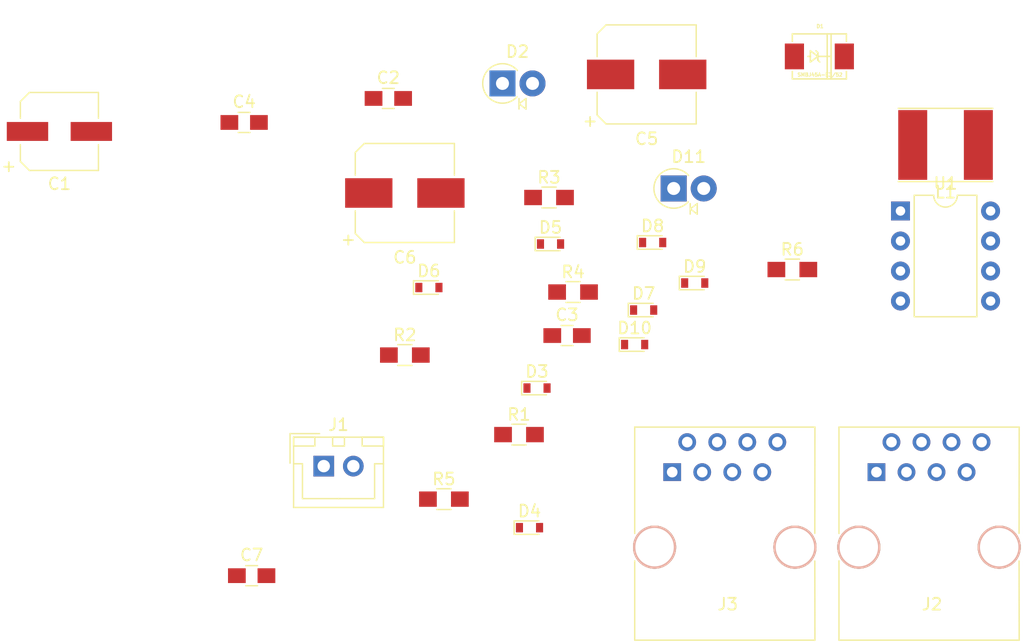
<source format=kicad_pcb>
(kicad_pcb (version 4) (host pcbnew 4.0.7)

  (general
    (links 55)
    (no_connects 55)
    (area 0 0 0 0)
    (thickness 1.6)
    (drawings 0)
    (tracks 0)
    (zones 0)
    (modules 29)
    (nets 22)
  )

  (page A4)
  (layers
    (0 F.Cu signal)
    (31 B.Cu signal)
    (32 B.Adhes user)
    (33 F.Adhes user)
    (34 B.Paste user)
    (35 F.Paste user)
    (36 B.SilkS user)
    (37 F.SilkS user)
    (38 B.Mask user)
    (39 F.Mask user)
    (40 Dwgs.User user)
    (41 Cmts.User user)
    (42 Eco1.User user)
    (43 Eco2.User user)
    (44 Edge.Cuts user)
    (45 Margin user)
    (46 B.CrtYd user)
    (47 F.CrtYd user)
    (48 B.Fab user)
    (49 F.Fab user)
  )

  (setup
    (last_trace_width 0.25)
    (trace_clearance 0.2)
    (zone_clearance 0.508)
    (zone_45_only no)
    (trace_min 0.2)
    (segment_width 0.2)
    (edge_width 0.15)
    (via_size 0.6)
    (via_drill 0.4)
    (via_min_size 0.4)
    (via_min_drill 0.3)
    (uvia_size 0.3)
    (uvia_drill 0.1)
    (uvias_allowed no)
    (uvia_min_size 0.2)
    (uvia_min_drill 0.1)
    (pcb_text_width 0.3)
    (pcb_text_size 1.5 1.5)
    (mod_edge_width 0.15)
    (mod_text_size 1 1)
    (mod_text_width 0.15)
    (pad_size 1.524 1.524)
    (pad_drill 0.762)
    (pad_to_mask_clearance 0.2)
    (aux_axis_origin 0 0)
    (visible_elements FFFFFF1F)
    (pcbplotparams
      (layerselection 0x00030_80000001)
      (usegerberextensions false)
      (excludeedgelayer true)
      (linewidth 0.100000)
      (plotframeref false)
      (viasonmask false)
      (mode 1)
      (useauxorigin false)
      (hpglpennumber 1)
      (hpglpenspeed 20)
      (hpglpendiameter 15)
      (hpglpenoverlay 2)
      (psnegative false)
      (psa4output false)
      (plotreference true)
      (plotvalue true)
      (plotinvisibletext false)
      (padsonsilk false)
      (subtractmaskfromsilk false)
      (outputformat 1)
      (mirror false)
      (drillshape 1)
      (scaleselection 1)
      (outputdirectory ""))
  )

  (net 0 "")
  (net 1 VCC)
  (net 2 GND)
  (net 3 "Net-(C4-Pad1)")
  (net 4 +24V)
  (net 5 "Net-(D2-Pad2)")
  (net 6 /TX+)
  (net 7 /TX-)
  (net 8 /RX+)
  (net 9 /RX-)
  (net 10 "Net-(D7-Pad2)")
  (net 11 "Net-(D10-Pad2)")
  (net 12 "Net-(D11-Pad2)")
  (net 13 "Net-(J2-Pad4)")
  (net 14 "Net-(J2-Pad5)")
  (net 15 "Net-(J2-Pad7)")
  (net 16 "Net-(J2-Pad8)")
  (net 17 "Net-(L1-Pad1)")
  (net 18 "Net-(J2-Pad9)")
  (net 19 "Net-(J3-Pad9)")
  (net 20 "Net-(R4-Pad1)")
  (net 21 "Net-(R5-Pad2)")

  (net_class Default "This is the default net class."
    (clearance 0.2)
    (trace_width 0.25)
    (via_dia 0.6)
    (via_drill 0.4)
    (uvia_dia 0.3)
    (uvia_drill 0.1)
    (add_net +24V)
    (add_net /RX+)
    (add_net /RX-)
    (add_net /TX+)
    (add_net /TX-)
    (add_net GND)
    (add_net "Net-(C4-Pad1)")
    (add_net "Net-(D10-Pad2)")
    (add_net "Net-(D11-Pad2)")
    (add_net "Net-(D2-Pad2)")
    (add_net "Net-(D7-Pad2)")
    (add_net "Net-(J2-Pad4)")
    (add_net "Net-(J2-Pad5)")
    (add_net "Net-(J2-Pad7)")
    (add_net "Net-(J2-Pad8)")
    (add_net "Net-(J2-Pad9)")
    (add_net "Net-(J3-Pad9)")
    (add_net "Net-(L1-Pad1)")
    (add_net "Net-(R4-Pad1)")
    (add_net "Net-(R5-Pad2)")
    (add_net VCC)
  )

  (module Capacitors_SMD:CP_Elec_6.3x7.7 (layer F.Cu) (tedit 58AA8B76) (tstamp 5AF70ACE)
    (at 110.998 90.551)
    (descr "SMT capacitor, aluminium electrolytic, 6.3x7.7")
    (path /5AF53C8A)
    (attr smd)
    (fp_text reference C1 (at 0 4.43) (layer F.SilkS)
      (effects (font (size 1 1) (thickness 0.15)))
    )
    (fp_text value "100uF 35V" (at 0 -4.43) (layer F.Fab)
      (effects (font (size 1 1) (thickness 0.15)))
    )
    (fp_circle (center 0 0) (end 0.5 3) (layer F.Fab) (width 0.1))
    (fp_text user + (at -1.73 -0.08) (layer F.Fab)
      (effects (font (size 1 1) (thickness 0.15)))
    )
    (fp_text user + (at -4.28 2.91) (layer F.SilkS)
      (effects (font (size 1 1) (thickness 0.15)))
    )
    (fp_text user %R (at 0 4.43) (layer F.Fab)
      (effects (font (size 1 1) (thickness 0.15)))
    )
    (fp_line (start 3.15 3.15) (end 3.15 -3.15) (layer F.Fab) (width 0.1))
    (fp_line (start -2.48 3.15) (end 3.15 3.15) (layer F.Fab) (width 0.1))
    (fp_line (start -3.15 2.48) (end -2.48 3.15) (layer F.Fab) (width 0.1))
    (fp_line (start -3.15 -2.48) (end -3.15 2.48) (layer F.Fab) (width 0.1))
    (fp_line (start -2.48 -3.15) (end -3.15 -2.48) (layer F.Fab) (width 0.1))
    (fp_line (start 3.15 -3.15) (end -2.48 -3.15) (layer F.Fab) (width 0.1))
    (fp_line (start -3.3 2.54) (end -3.3 1.12) (layer F.SilkS) (width 0.12))
    (fp_line (start 3.3 3.3) (end 3.3 1.12) (layer F.SilkS) (width 0.12))
    (fp_line (start 3.3 -3.3) (end 3.3 -1.12) (layer F.SilkS) (width 0.12))
    (fp_line (start -3.3 -2.54) (end -3.3 -1.12) (layer F.SilkS) (width 0.12))
    (fp_line (start 3.3 3.3) (end -2.54 3.3) (layer F.SilkS) (width 0.12))
    (fp_line (start -2.54 3.3) (end -3.3 2.54) (layer F.SilkS) (width 0.12))
    (fp_line (start -3.3 -2.54) (end -2.54 -3.3) (layer F.SilkS) (width 0.12))
    (fp_line (start -2.54 -3.3) (end 3.3 -3.3) (layer F.SilkS) (width 0.12))
    (fp_line (start -4.7 -3.4) (end 4.7 -3.4) (layer F.CrtYd) (width 0.05))
    (fp_line (start -4.7 -3.4) (end -4.7 3.4) (layer F.CrtYd) (width 0.05))
    (fp_line (start 4.7 3.4) (end 4.7 -3.4) (layer F.CrtYd) (width 0.05))
    (fp_line (start 4.7 3.4) (end -4.7 3.4) (layer F.CrtYd) (width 0.05))
    (pad 1 smd rect (at -2.7 0 180) (size 3.5 1.6) (layers F.Cu F.Paste F.Mask)
      (net 1 VCC))
    (pad 2 smd rect (at 2.7 0 180) (size 3.5 1.6) (layers F.Cu F.Paste F.Mask)
      (net 2 GND))
    (model Capacitors_SMD.3dshapes/CP_Elec_6.3x7.7.wrl
      (at (xyz 0 0 0))
      (scale (xyz 1 1 1))
      (rotate (xyz 0 0 180))
    )
  )

  (module Capacitors_SMD:C_0805_HandSoldering (layer F.Cu) (tedit 58AA84A8) (tstamp 5AF70AD4)
    (at 138.811 87.757)
    (descr "Capacitor SMD 0805, hand soldering")
    (tags "capacitor 0805")
    (path /5AF53C2F)
    (attr smd)
    (fp_text reference C2 (at 0 -1.75) (layer F.SilkS)
      (effects (font (size 1 1) (thickness 0.15)))
    )
    (fp_text value "10uF 50V" (at 0 1.75) (layer F.Fab)
      (effects (font (size 1 1) (thickness 0.15)))
    )
    (fp_text user %R (at 0 -1.75) (layer F.Fab)
      (effects (font (size 1 1) (thickness 0.15)))
    )
    (fp_line (start -1 0.62) (end -1 -0.62) (layer F.Fab) (width 0.1))
    (fp_line (start 1 0.62) (end -1 0.62) (layer F.Fab) (width 0.1))
    (fp_line (start 1 -0.62) (end 1 0.62) (layer F.Fab) (width 0.1))
    (fp_line (start -1 -0.62) (end 1 -0.62) (layer F.Fab) (width 0.1))
    (fp_line (start 0.5 -0.85) (end -0.5 -0.85) (layer F.SilkS) (width 0.12))
    (fp_line (start -0.5 0.85) (end 0.5 0.85) (layer F.SilkS) (width 0.12))
    (fp_line (start -2.25 -0.88) (end 2.25 -0.88) (layer F.CrtYd) (width 0.05))
    (fp_line (start -2.25 -0.88) (end -2.25 0.87) (layer F.CrtYd) (width 0.05))
    (fp_line (start 2.25 0.87) (end 2.25 -0.88) (layer F.CrtYd) (width 0.05))
    (fp_line (start 2.25 0.87) (end -2.25 0.87) (layer F.CrtYd) (width 0.05))
    (pad 1 smd rect (at -1.25 0) (size 1.5 1.25) (layers F.Cu F.Paste F.Mask)
      (net 1 VCC))
    (pad 2 smd rect (at 1.25 0) (size 1.5 1.25) (layers F.Cu F.Paste F.Mask)
      (net 2 GND))
    (model Capacitors_SMD.3dshapes/C_0805.wrl
      (at (xyz 0 0 0))
      (scale (xyz 1 1 1))
      (rotate (xyz 0 0 0))
    )
  )

  (module Capacitors_SMD:C_0805_HandSoldering (layer F.Cu) (tedit 58AA84A8) (tstamp 5AF70ADA)
    (at 153.924 107.823)
    (descr "Capacitor SMD 0805, hand soldering")
    (tags "capacitor 0805")
    (path /5AF59D2C)
    (attr smd)
    (fp_text reference C3 (at 0 -1.75) (layer F.SilkS)
      (effects (font (size 1 1) (thickness 0.15)))
    )
    (fp_text value "10uF 50V" (at 0 1.75) (layer F.Fab)
      (effects (font (size 1 1) (thickness 0.15)))
    )
    (fp_text user %R (at 0 -1.75) (layer F.Fab)
      (effects (font (size 1 1) (thickness 0.15)))
    )
    (fp_line (start -1 0.62) (end -1 -0.62) (layer F.Fab) (width 0.1))
    (fp_line (start 1 0.62) (end -1 0.62) (layer F.Fab) (width 0.1))
    (fp_line (start 1 -0.62) (end 1 0.62) (layer F.Fab) (width 0.1))
    (fp_line (start -1 -0.62) (end 1 -0.62) (layer F.Fab) (width 0.1))
    (fp_line (start 0.5 -0.85) (end -0.5 -0.85) (layer F.SilkS) (width 0.12))
    (fp_line (start -0.5 0.85) (end 0.5 0.85) (layer F.SilkS) (width 0.12))
    (fp_line (start -2.25 -0.88) (end 2.25 -0.88) (layer F.CrtYd) (width 0.05))
    (fp_line (start -2.25 -0.88) (end -2.25 0.87) (layer F.CrtYd) (width 0.05))
    (fp_line (start 2.25 0.87) (end 2.25 -0.88) (layer F.CrtYd) (width 0.05))
    (fp_line (start 2.25 0.87) (end -2.25 0.87) (layer F.CrtYd) (width 0.05))
    (pad 1 smd rect (at -1.25 0) (size 1.5 1.25) (layers F.Cu F.Paste F.Mask)
      (net 1 VCC))
    (pad 2 smd rect (at 1.25 0) (size 1.5 1.25) (layers F.Cu F.Paste F.Mask)
      (net 2 GND))
    (model Capacitors_SMD.3dshapes/C_0805.wrl
      (at (xyz 0 0 0))
      (scale (xyz 1 1 1))
      (rotate (xyz 0 0 0))
    )
  )

  (module Capacitors_SMD:C_0805_HandSoldering (layer F.Cu) (tedit 58AA84A8) (tstamp 5AF70AE0)
    (at 126.619 89.789)
    (descr "Capacitor SMD 0805, hand soldering")
    (tags "capacitor 0805")
    (path /5AF55AF2)
    (attr smd)
    (fp_text reference C4 (at 0 -1.75) (layer F.SilkS)
      (effects (font (size 1 1) (thickness 0.15)))
    )
    (fp_text value "50pF 50V" (at 0 1.75) (layer F.Fab)
      (effects (font (size 1 1) (thickness 0.15)))
    )
    (fp_text user %R (at 0 -1.75) (layer F.Fab)
      (effects (font (size 1 1) (thickness 0.15)))
    )
    (fp_line (start -1 0.62) (end -1 -0.62) (layer F.Fab) (width 0.1))
    (fp_line (start 1 0.62) (end -1 0.62) (layer F.Fab) (width 0.1))
    (fp_line (start 1 -0.62) (end 1 0.62) (layer F.Fab) (width 0.1))
    (fp_line (start -1 -0.62) (end 1 -0.62) (layer F.Fab) (width 0.1))
    (fp_line (start 0.5 -0.85) (end -0.5 -0.85) (layer F.SilkS) (width 0.12))
    (fp_line (start -0.5 0.85) (end 0.5 0.85) (layer F.SilkS) (width 0.12))
    (fp_line (start -2.25 -0.88) (end 2.25 -0.88) (layer F.CrtYd) (width 0.05))
    (fp_line (start -2.25 -0.88) (end -2.25 0.87) (layer F.CrtYd) (width 0.05))
    (fp_line (start 2.25 0.87) (end 2.25 -0.88) (layer F.CrtYd) (width 0.05))
    (fp_line (start 2.25 0.87) (end -2.25 0.87) (layer F.CrtYd) (width 0.05))
    (pad 1 smd rect (at -1.25 0) (size 1.5 1.25) (layers F.Cu F.Paste F.Mask)
      (net 3 "Net-(C4-Pad1)"))
    (pad 2 smd rect (at 1.25 0) (size 1.5 1.25) (layers F.Cu F.Paste F.Mask)
      (net 2 GND))
    (model Capacitors_SMD.3dshapes/C_0805.wrl
      (at (xyz 0 0 0))
      (scale (xyz 1 1 1))
      (rotate (xyz 0 0 0))
    )
  )

  (module Capacitors_SMD:CP_Elec_8x10.5 (layer F.Cu) (tedit 58AA8BC3) (tstamp 5AF70AE6)
    (at 160.655 85.725)
    (descr "SMT capacitor, aluminium electrolytic, 8x10.5")
    (path /5AF5765D)
    (attr smd)
    (fp_text reference C5 (at 0 5.45) (layer F.SilkS)
      (effects (font (size 1 1) (thickness 0.15)))
    )
    (fp_text value "220uF 35V" (at 0 -5.45) (layer F.Fab)
      (effects (font (size 1 1) (thickness 0.15)))
    )
    (fp_circle (center 0 0) (end 1.3 3.7) (layer F.Fab) (width 0.1))
    (fp_text user + (at -2.27 -0.08) (layer F.Fab)
      (effects (font (size 1 1) (thickness 0.15)))
    )
    (fp_text user + (at -4.78 3.91) (layer F.SilkS)
      (effects (font (size 1 1) (thickness 0.15)))
    )
    (fp_text user %R (at 0 5.45) (layer F.Fab)
      (effects (font (size 1 1) (thickness 0.15)))
    )
    (fp_line (start 4.04 4.04) (end 4.04 -4.04) (layer F.Fab) (width 0.1))
    (fp_line (start -3.37 4.04) (end 4.04 4.04) (layer F.Fab) (width 0.1))
    (fp_line (start -4.04 3.37) (end -3.37 4.04) (layer F.Fab) (width 0.1))
    (fp_line (start -4.04 -3.37) (end -4.04 3.37) (layer F.Fab) (width 0.1))
    (fp_line (start -3.37 -4.04) (end -4.04 -3.37) (layer F.Fab) (width 0.1))
    (fp_line (start 4.04 -4.04) (end -3.37 -4.04) (layer F.Fab) (width 0.1))
    (fp_line (start -4.19 3.43) (end -4.19 1.51) (layer F.SilkS) (width 0.12))
    (fp_line (start -4.19 -3.43) (end -4.19 -1.51) (layer F.SilkS) (width 0.12))
    (fp_line (start 4.19 4.19) (end 4.19 1.51) (layer F.SilkS) (width 0.12))
    (fp_line (start 4.19 -4.19) (end 4.19 -1.51) (layer F.SilkS) (width 0.12))
    (fp_line (start 4.19 4.19) (end -3.43 4.19) (layer F.SilkS) (width 0.12))
    (fp_line (start -3.43 4.19) (end -4.19 3.43) (layer F.SilkS) (width 0.12))
    (fp_line (start -4.19 -3.43) (end -3.43 -4.19) (layer F.SilkS) (width 0.12))
    (fp_line (start -3.43 -4.19) (end 4.19 -4.19) (layer F.SilkS) (width 0.12))
    (fp_line (start -5.3 -4.29) (end 5.3 -4.29) (layer F.CrtYd) (width 0.05))
    (fp_line (start -5.3 -4.29) (end -5.3 4.29) (layer F.CrtYd) (width 0.05))
    (fp_line (start 5.3 4.29) (end 5.3 -4.29) (layer F.CrtYd) (width 0.05))
    (fp_line (start 5.3 4.29) (end -5.3 4.29) (layer F.CrtYd) (width 0.05))
    (pad 1 smd rect (at -3.05 0 180) (size 4 2.5) (layers F.Cu F.Paste F.Mask)
      (net 4 +24V))
    (pad 2 smd rect (at 3.05 0 180) (size 4 2.5) (layers F.Cu F.Paste F.Mask)
      (net 2 GND))
    (model Capacitors_SMD.3dshapes/CP_Elec_8x10.5.wrl
      (at (xyz 0 0 0))
      (scale (xyz 1 1 1))
      (rotate (xyz 0 0 180))
    )
  )

  (module Capacitors_SMD:CP_Elec_8x10.5 (layer F.Cu) (tedit 58AA8BC3) (tstamp 5AF70AEC)
    (at 140.208 95.758)
    (descr "SMT capacitor, aluminium electrolytic, 8x10.5")
    (path /5AF5D445)
    (attr smd)
    (fp_text reference C6 (at 0 5.45) (layer F.SilkS)
      (effects (font (size 1 1) (thickness 0.15)))
    )
    (fp_text value "220uF 35V" (at 0 -5.45) (layer F.Fab)
      (effects (font (size 1 1) (thickness 0.15)))
    )
    (fp_circle (center 0 0) (end 1.3 3.7) (layer F.Fab) (width 0.1))
    (fp_text user + (at -2.27 -0.08) (layer F.Fab)
      (effects (font (size 1 1) (thickness 0.15)))
    )
    (fp_text user + (at -4.78 3.91) (layer F.SilkS)
      (effects (font (size 1 1) (thickness 0.15)))
    )
    (fp_text user %R (at 0 5.45) (layer F.Fab)
      (effects (font (size 1 1) (thickness 0.15)))
    )
    (fp_line (start 4.04 4.04) (end 4.04 -4.04) (layer F.Fab) (width 0.1))
    (fp_line (start -3.37 4.04) (end 4.04 4.04) (layer F.Fab) (width 0.1))
    (fp_line (start -4.04 3.37) (end -3.37 4.04) (layer F.Fab) (width 0.1))
    (fp_line (start -4.04 -3.37) (end -4.04 3.37) (layer F.Fab) (width 0.1))
    (fp_line (start -3.37 -4.04) (end -4.04 -3.37) (layer F.Fab) (width 0.1))
    (fp_line (start 4.04 -4.04) (end -3.37 -4.04) (layer F.Fab) (width 0.1))
    (fp_line (start -4.19 3.43) (end -4.19 1.51) (layer F.SilkS) (width 0.12))
    (fp_line (start -4.19 -3.43) (end -4.19 -1.51) (layer F.SilkS) (width 0.12))
    (fp_line (start 4.19 4.19) (end 4.19 1.51) (layer F.SilkS) (width 0.12))
    (fp_line (start 4.19 -4.19) (end 4.19 -1.51) (layer F.SilkS) (width 0.12))
    (fp_line (start 4.19 4.19) (end -3.43 4.19) (layer F.SilkS) (width 0.12))
    (fp_line (start -3.43 4.19) (end -4.19 3.43) (layer F.SilkS) (width 0.12))
    (fp_line (start -4.19 -3.43) (end -3.43 -4.19) (layer F.SilkS) (width 0.12))
    (fp_line (start -3.43 -4.19) (end 4.19 -4.19) (layer F.SilkS) (width 0.12))
    (fp_line (start -5.3 -4.29) (end 5.3 -4.29) (layer F.CrtYd) (width 0.05))
    (fp_line (start -5.3 -4.29) (end -5.3 4.29) (layer F.CrtYd) (width 0.05))
    (fp_line (start 5.3 4.29) (end 5.3 -4.29) (layer F.CrtYd) (width 0.05))
    (fp_line (start 5.3 4.29) (end -5.3 4.29) (layer F.CrtYd) (width 0.05))
    (pad 1 smd rect (at -3.05 0 180) (size 4 2.5) (layers F.Cu F.Paste F.Mask)
      (net 4 +24V))
    (pad 2 smd rect (at 3.05 0 180) (size 4 2.5) (layers F.Cu F.Paste F.Mask)
      (net 2 GND))
    (model Capacitors_SMD.3dshapes/CP_Elec_8x10.5.wrl
      (at (xyz 0 0 0))
      (scale (xyz 1 1 1))
      (rotate (xyz 0 0 180))
    )
  )

  (module Capacitors_SMD:C_0805_HandSoldering (layer F.Cu) (tedit 58AA84A8) (tstamp 5AF70AF2)
    (at 127.254 128.143)
    (descr "Capacitor SMD 0805, hand soldering")
    (tags "capacitor 0805")
    (path /5AF5D875)
    (attr smd)
    (fp_text reference C7 (at 0 -1.75) (layer F.SilkS)
      (effects (font (size 1 1) (thickness 0.15)))
    )
    (fp_text value "10uF 50V" (at 0 1.75) (layer F.Fab)
      (effects (font (size 1 1) (thickness 0.15)))
    )
    (fp_text user %R (at 0 -1.75) (layer F.Fab)
      (effects (font (size 1 1) (thickness 0.15)))
    )
    (fp_line (start -1 0.62) (end -1 -0.62) (layer F.Fab) (width 0.1))
    (fp_line (start 1 0.62) (end -1 0.62) (layer F.Fab) (width 0.1))
    (fp_line (start 1 -0.62) (end 1 0.62) (layer F.Fab) (width 0.1))
    (fp_line (start -1 -0.62) (end 1 -0.62) (layer F.Fab) (width 0.1))
    (fp_line (start 0.5 -0.85) (end -0.5 -0.85) (layer F.SilkS) (width 0.12))
    (fp_line (start -0.5 0.85) (end 0.5 0.85) (layer F.SilkS) (width 0.12))
    (fp_line (start -2.25 -0.88) (end 2.25 -0.88) (layer F.CrtYd) (width 0.05))
    (fp_line (start -2.25 -0.88) (end -2.25 0.87) (layer F.CrtYd) (width 0.05))
    (fp_line (start 2.25 0.87) (end 2.25 -0.88) (layer F.CrtYd) (width 0.05))
    (fp_line (start 2.25 0.87) (end -2.25 0.87) (layer F.CrtYd) (width 0.05))
    (pad 1 smd rect (at -1.25 0) (size 1.5 1.25) (layers F.Cu F.Paste F.Mask)
      (net 4 +24V))
    (pad 2 smd rect (at 1.25 0) (size 1.5 1.25) (layers F.Cu F.Paste F.Mask)
      (net 2 GND))
    (model Capacitors_SMD.3dshapes/C_0805.wrl
      (at (xyz 0 0 0))
      (scale (xyz 1 1 1))
      (rotate (xyz 0 0 0))
    )
  )

  (module footprints:DO-214AA (layer F.Cu) (tedit 4FF97487) (tstamp 5AF70B0A)
    (at 175.26 84.201)
    (descr "DO214AC PACKAGE. MONODIRECTIONAL.")
    (tags "DO214AC PACKAGE. MONODIRECTIONAL.")
    (path /5AF3E05C)
    (attr smd)
    (fp_text reference D1 (at 0.0508 -2.55016) (layer F.SilkS)
      (effects (font (size 0.29972 0.29972) (thickness 0.0762)))
    )
    (fp_text value SMBJ45A-E3/52 (at 0.0508 1.5494) (layer F.SilkS)
      (effects (font (size 0.29972 0.29972) (thickness 0.0762)))
    )
    (fp_line (start -0.762 0) (end -0.9652 0) (layer F.SilkS) (width 0.127))
    (fp_line (start -2.286 -1.905) (end 2.286 -1.905) (layer F.SilkS) (width 0.127))
    (fp_line (start 2.286 -1.905) (end 2.286 -1.27) (layer F.SilkS) (width 0.127))
    (fp_line (start 0.6604 1.905) (end 0.6604 -1.905) (layer F.SilkS) (width 0.127))
    (fp_line (start 0.9906 1.905) (end 0.9906 -1.905) (layer F.SilkS) (width 0.127))
    (fp_line (start -2.286 1.27) (end -2.286 1.905) (layer F.SilkS) (width 0.127))
    (fp_line (start -2.286 1.905) (end 2.286 1.905) (layer F.SilkS) (width 0.127))
    (fp_line (start 2.286 1.905) (end 2.286 1.27) (layer F.SilkS) (width 0.127))
    (fp_line (start -2.286 -1.27) (end -2.286 -1.905) (layer F.SilkS) (width 0.127))
    (fp_line (start -0.127 0) (end -0.762 -0.47498) (layer F.SilkS) (width 0.127))
    (fp_line (start -0.762 -0.47498) (end -0.762 0) (layer F.SilkS) (width 0.127))
    (fp_line (start -0.762 0) (end -0.762 0.47498) (layer F.SilkS) (width 0.127))
    (fp_line (start -0.762 0.47498) (end -0.127 0) (layer F.SilkS) (width 0.127))
    (fp_line (start -0.127 0) (end -0.127 -0.3175) (layer F.SilkS) (width 0.127))
    (fp_line (start -0.127 -0.3175) (end -0.28448 -0.47498) (layer F.SilkS) (width 0.127))
    (fp_line (start -0.127 0) (end -0.127 0.3175) (layer F.SilkS) (width 0.127))
    (fp_line (start -0.127 0.3175) (end 0.03048 0.47498) (layer F.SilkS) (width 0.127))
    (fp_line (start -0.127 0) (end 0.98298 0) (layer F.SilkS) (width 0.127))
    (pad 1 smd rect (at -2.11074 0) (size 1.62052 2.17932) (layers F.Cu F.Paste F.Mask)
      (net 1 VCC))
    (pad 2 smd rect (at 2.11074 0) (size 1.62052 2.17932) (layers F.Cu F.Paste F.Mask)
      (net 2 GND))
    (model smd/do214.wrl
      (at (xyz 0 0 0))
      (scale (xyz 1 1 1))
      (rotate (xyz 0 0 0))
    )
  )

  (module Diodes_THT:D_DO-41_SOD81_P2.54mm_Vertical_AnodeUp (layer F.Cu) (tedit 5921392F) (tstamp 5AF70B1D)
    (at 148.463 86.487)
    (descr "D, DO-41_SOD81 series, Axial, Vertical, pin pitch=2.54mm, , length*diameter=5.2*2.7mm^2, , http://www.diodes.com/_files/packages/DO-41%20(Plastic).pdf")
    (tags "D DO-41_SOD81 series Axial Vertical pin pitch 2.54mm  length 5.2mm diameter 2.7mm")
    (path /5AF3CF72)
    (fp_text reference D2 (at 1.27 -2.690635) (layer F.SilkS)
      (effects (font (size 1 1) (thickness 0.15)))
    )
    (fp_text value 1N4007 (at 1.27 3.579635) (layer F.Fab)
      (effects (font (size 1 1) (thickness 0.15)))
    )
    (fp_text user K (at -2.390635 0) (layer F.Fab)
      (effects (font (size 1 1) (thickness 0.15)))
    )
    (fp_text user %R (at 1.27 0) (layer F.Fab)
      (effects (font (size 1 1) (thickness 0.15)))
    )
    (fp_line (start 0 0) (end 2.54 0) (layer F.Fab) (width 0.1))
    (fp_line (start 1.397 1.28) (end 1.397 2.169) (layer F.SilkS) (width 0.12))
    (fp_line (start 1.397 1.7245) (end 1.989667 1.28) (layer F.SilkS) (width 0.12))
    (fp_line (start 1.989667 1.28) (end 1.989667 2.169) (layer F.SilkS) (width 0.12))
    (fp_line (start 1.989667 2.169) (end 1.397 1.7245) (layer F.SilkS) (width 0.12))
    (fp_line (start -1.7 -1.95) (end -1.7 1.95) (layer F.CrtYd) (width 0.05))
    (fp_line (start -1.7 1.95) (end 3.95 1.95) (layer F.CrtYd) (width 0.05))
    (fp_line (start 3.95 1.95) (end 3.95 -1.95) (layer F.CrtYd) (width 0.05))
    (fp_line (start 3.95 -1.95) (end -1.7 -1.95) (layer F.CrtYd) (width 0.05))
    (fp_circle (center 0 0) (end 1.35 0) (layer F.Fab) (width 0.1))
    (fp_arc (start 0 0) (end 1.257516 -1.1) (angle -276.1) (layer F.SilkS) (width 0.12))
    (pad 1 thru_hole rect (at 0 0) (size 2.2 2.2) (drill 1.1) (layers *.Cu *.Mask)
      (net 1 VCC))
    (pad 2 thru_hole oval (at 2.54 0) (size 2.2 2.2) (drill 1.1) (layers *.Cu *.Mask)
      (net 5 "Net-(D2-Pad2)"))
    (model ${KISYS3DMOD}/Diodes_THT.3dshapes/D_DO-41_SOD81_P2.54mm_Vertical_AnodeUp.wrl
      (at (xyz 0 0 0))
      (scale (xyz 0.393701 0.393701 0.393701))
      (rotate (xyz 0 0 0))
    )
  )

  (module Diodes_SMD:D_0603 (layer F.Cu) (tedit 590CE922) (tstamp 5AF70B35)
    (at 151.384 112.268)
    (descr "Diode SMD in 0603 package http://datasheets.avx.com/schottky.pdf")
    (tags "smd diode")
    (path /5AF60764)
    (attr smd)
    (fp_text reference D3 (at 0 -1.4) (layer F.SilkS)
      (effects (font (size 1 1) (thickness 0.15)))
    )
    (fp_text value ESDZL5-1F4 (at 0 1.4) (layer F.Fab)
      (effects (font (size 1 1) (thickness 0.15)))
    )
    (fp_text user %R (at 0 -1.4) (layer F.Fab)
      (effects (font (size 1 1) (thickness 0.15)))
    )
    (fp_line (start -1.3 -0.57) (end -1.3 0.57) (layer F.SilkS) (width 0.12))
    (fp_line (start 1.4 0.67) (end 1.4 -0.67) (layer F.CrtYd) (width 0.05))
    (fp_line (start -1.4 0.67) (end 1.4 0.67) (layer F.CrtYd) (width 0.05))
    (fp_line (start -1.4 -0.67) (end -1.4 0.67) (layer F.CrtYd) (width 0.05))
    (fp_line (start 1.4 -0.67) (end -1.4 -0.67) (layer F.CrtYd) (width 0.05))
    (fp_line (start 0.2 0) (end 0.4 0) (layer F.Fab) (width 0.1))
    (fp_line (start -0.1 0) (end -0.3 0) (layer F.Fab) (width 0.1))
    (fp_line (start -0.1 -0.2) (end -0.1 0.2) (layer F.Fab) (width 0.1))
    (fp_line (start 0.2 0.2) (end 0.2 -0.2) (layer F.Fab) (width 0.1))
    (fp_line (start -0.1 0) (end 0.2 0.2) (layer F.Fab) (width 0.1))
    (fp_line (start 0.2 -0.2) (end -0.1 0) (layer F.Fab) (width 0.1))
    (fp_line (start -0.8 0.45) (end -0.8 -0.45) (layer F.Fab) (width 0.1))
    (fp_line (start 0.8 0.45) (end -0.8 0.45) (layer F.Fab) (width 0.1))
    (fp_line (start 0.8 -0.45) (end 0.8 0.45) (layer F.Fab) (width 0.1))
    (fp_line (start -0.8 -0.45) (end 0.8 -0.45) (layer F.Fab) (width 0.1))
    (fp_line (start -1.3 0.57) (end 0.8 0.57) (layer F.SilkS) (width 0.12))
    (fp_line (start -1.3 -0.57) (end 0.8 -0.57) (layer F.SilkS) (width 0.12))
    (pad 1 smd rect (at -0.85 0) (size 0.6 0.8) (layers F.Cu F.Paste F.Mask)
      (net 6 /TX+))
    (pad 2 smd rect (at 0.85 0) (size 0.6 0.8) (layers F.Cu F.Paste F.Mask)
      (net 2 GND))
    (model ${KISYS3DMOD}/Diodes_SMD.3dshapes/D_0603.wrl
      (at (xyz 0 0 0))
      (scale (xyz 1 1 1))
      (rotate (xyz 0 0 0))
    )
  )

  (module Diodes_SMD:D_0603 (layer F.Cu) (tedit 590CE922) (tstamp 5AF70B4D)
    (at 150.749 124.079)
    (descr "Diode SMD in 0603 package http://datasheets.avx.com/schottky.pdf")
    (tags "smd diode")
    (path /5AF6770E)
    (attr smd)
    (fp_text reference D4 (at 0 -1.4) (layer F.SilkS)
      (effects (font (size 1 1) (thickness 0.15)))
    )
    (fp_text value ESDZL5-1F4 (at 0 1.4) (layer F.Fab)
      (effects (font (size 1 1) (thickness 0.15)))
    )
    (fp_text user %R (at 0 -1.4) (layer F.Fab)
      (effects (font (size 1 1) (thickness 0.15)))
    )
    (fp_line (start -1.3 -0.57) (end -1.3 0.57) (layer F.SilkS) (width 0.12))
    (fp_line (start 1.4 0.67) (end 1.4 -0.67) (layer F.CrtYd) (width 0.05))
    (fp_line (start -1.4 0.67) (end 1.4 0.67) (layer F.CrtYd) (width 0.05))
    (fp_line (start -1.4 -0.67) (end -1.4 0.67) (layer F.CrtYd) (width 0.05))
    (fp_line (start 1.4 -0.67) (end -1.4 -0.67) (layer F.CrtYd) (width 0.05))
    (fp_line (start 0.2 0) (end 0.4 0) (layer F.Fab) (width 0.1))
    (fp_line (start -0.1 0) (end -0.3 0) (layer F.Fab) (width 0.1))
    (fp_line (start -0.1 -0.2) (end -0.1 0.2) (layer F.Fab) (width 0.1))
    (fp_line (start 0.2 0.2) (end 0.2 -0.2) (layer F.Fab) (width 0.1))
    (fp_line (start -0.1 0) (end 0.2 0.2) (layer F.Fab) (width 0.1))
    (fp_line (start 0.2 -0.2) (end -0.1 0) (layer F.Fab) (width 0.1))
    (fp_line (start -0.8 0.45) (end -0.8 -0.45) (layer F.Fab) (width 0.1))
    (fp_line (start 0.8 0.45) (end -0.8 0.45) (layer F.Fab) (width 0.1))
    (fp_line (start 0.8 -0.45) (end 0.8 0.45) (layer F.Fab) (width 0.1))
    (fp_line (start -0.8 -0.45) (end 0.8 -0.45) (layer F.Fab) (width 0.1))
    (fp_line (start -1.3 0.57) (end 0.8 0.57) (layer F.SilkS) (width 0.12))
    (fp_line (start -1.3 -0.57) (end 0.8 -0.57) (layer F.SilkS) (width 0.12))
    (pad 1 smd rect (at -0.85 0) (size 0.6 0.8) (layers F.Cu F.Paste F.Mask)
      (net 7 /TX-))
    (pad 2 smd rect (at 0.85 0) (size 0.6 0.8) (layers F.Cu F.Paste F.Mask)
      (net 2 GND))
    (model ${KISYS3DMOD}/Diodes_SMD.3dshapes/D_0603.wrl
      (at (xyz 0 0 0))
      (scale (xyz 1 1 1))
      (rotate (xyz 0 0 0))
    )
  )

  (module Diodes_SMD:D_0603 (layer F.Cu) (tedit 590CE922) (tstamp 5AF70B65)
    (at 152.527 100.076)
    (descr "Diode SMD in 0603 package http://datasheets.avx.com/schottky.pdf")
    (tags "smd diode")
    (path /5AF67771)
    (attr smd)
    (fp_text reference D5 (at 0 -1.4) (layer F.SilkS)
      (effects (font (size 1 1) (thickness 0.15)))
    )
    (fp_text value ESDZL5-1F4 (at 0 1.4) (layer F.Fab)
      (effects (font (size 1 1) (thickness 0.15)))
    )
    (fp_text user %R (at 0 -1.4) (layer F.Fab)
      (effects (font (size 1 1) (thickness 0.15)))
    )
    (fp_line (start -1.3 -0.57) (end -1.3 0.57) (layer F.SilkS) (width 0.12))
    (fp_line (start 1.4 0.67) (end 1.4 -0.67) (layer F.CrtYd) (width 0.05))
    (fp_line (start -1.4 0.67) (end 1.4 0.67) (layer F.CrtYd) (width 0.05))
    (fp_line (start -1.4 -0.67) (end -1.4 0.67) (layer F.CrtYd) (width 0.05))
    (fp_line (start 1.4 -0.67) (end -1.4 -0.67) (layer F.CrtYd) (width 0.05))
    (fp_line (start 0.2 0) (end 0.4 0) (layer F.Fab) (width 0.1))
    (fp_line (start -0.1 0) (end -0.3 0) (layer F.Fab) (width 0.1))
    (fp_line (start -0.1 -0.2) (end -0.1 0.2) (layer F.Fab) (width 0.1))
    (fp_line (start 0.2 0.2) (end 0.2 -0.2) (layer F.Fab) (width 0.1))
    (fp_line (start -0.1 0) (end 0.2 0.2) (layer F.Fab) (width 0.1))
    (fp_line (start 0.2 -0.2) (end -0.1 0) (layer F.Fab) (width 0.1))
    (fp_line (start -0.8 0.45) (end -0.8 -0.45) (layer F.Fab) (width 0.1))
    (fp_line (start 0.8 0.45) (end -0.8 0.45) (layer F.Fab) (width 0.1))
    (fp_line (start 0.8 -0.45) (end 0.8 0.45) (layer F.Fab) (width 0.1))
    (fp_line (start -0.8 -0.45) (end 0.8 -0.45) (layer F.Fab) (width 0.1))
    (fp_line (start -1.3 0.57) (end 0.8 0.57) (layer F.SilkS) (width 0.12))
    (fp_line (start -1.3 -0.57) (end 0.8 -0.57) (layer F.SilkS) (width 0.12))
    (pad 1 smd rect (at -0.85 0) (size 0.6 0.8) (layers F.Cu F.Paste F.Mask)
      (net 8 /RX+))
    (pad 2 smd rect (at 0.85 0) (size 0.6 0.8) (layers F.Cu F.Paste F.Mask)
      (net 2 GND))
    (model ${KISYS3DMOD}/Diodes_SMD.3dshapes/D_0603.wrl
      (at (xyz 0 0 0))
      (scale (xyz 1 1 1))
      (rotate (xyz 0 0 0))
    )
  )

  (module Diodes_SMD:D_0603 (layer F.Cu) (tedit 590CE922) (tstamp 5AF70B7D)
    (at 142.24 103.759)
    (descr "Diode SMD in 0603 package http://datasheets.avx.com/schottky.pdf")
    (tags "smd diode")
    (path /5AF677DB)
    (attr smd)
    (fp_text reference D6 (at 0 -1.4) (layer F.SilkS)
      (effects (font (size 1 1) (thickness 0.15)))
    )
    (fp_text value ESDZL5-1F4 (at 0 1.4) (layer F.Fab)
      (effects (font (size 1 1) (thickness 0.15)))
    )
    (fp_text user %R (at 0 -1.4) (layer F.Fab)
      (effects (font (size 1 1) (thickness 0.15)))
    )
    (fp_line (start -1.3 -0.57) (end -1.3 0.57) (layer F.SilkS) (width 0.12))
    (fp_line (start 1.4 0.67) (end 1.4 -0.67) (layer F.CrtYd) (width 0.05))
    (fp_line (start -1.4 0.67) (end 1.4 0.67) (layer F.CrtYd) (width 0.05))
    (fp_line (start -1.4 -0.67) (end -1.4 0.67) (layer F.CrtYd) (width 0.05))
    (fp_line (start 1.4 -0.67) (end -1.4 -0.67) (layer F.CrtYd) (width 0.05))
    (fp_line (start 0.2 0) (end 0.4 0) (layer F.Fab) (width 0.1))
    (fp_line (start -0.1 0) (end -0.3 0) (layer F.Fab) (width 0.1))
    (fp_line (start -0.1 -0.2) (end -0.1 0.2) (layer F.Fab) (width 0.1))
    (fp_line (start 0.2 0.2) (end 0.2 -0.2) (layer F.Fab) (width 0.1))
    (fp_line (start -0.1 0) (end 0.2 0.2) (layer F.Fab) (width 0.1))
    (fp_line (start 0.2 -0.2) (end -0.1 0) (layer F.Fab) (width 0.1))
    (fp_line (start -0.8 0.45) (end -0.8 -0.45) (layer F.Fab) (width 0.1))
    (fp_line (start 0.8 0.45) (end -0.8 0.45) (layer F.Fab) (width 0.1))
    (fp_line (start 0.8 -0.45) (end 0.8 0.45) (layer F.Fab) (width 0.1))
    (fp_line (start -0.8 -0.45) (end 0.8 -0.45) (layer F.Fab) (width 0.1))
    (fp_line (start -1.3 0.57) (end 0.8 0.57) (layer F.SilkS) (width 0.12))
    (fp_line (start -1.3 -0.57) (end 0.8 -0.57) (layer F.SilkS) (width 0.12))
    (pad 1 smd rect (at -0.85 0) (size 0.6 0.8) (layers F.Cu F.Paste F.Mask)
      (net 9 /RX-))
    (pad 2 smd rect (at 0.85 0) (size 0.6 0.8) (layers F.Cu F.Paste F.Mask)
      (net 2 GND))
    (model ${KISYS3DMOD}/Diodes_SMD.3dshapes/D_0603.wrl
      (at (xyz 0 0 0))
      (scale (xyz 1 1 1))
      (rotate (xyz 0 0 0))
    )
  )

  (module Diodes_SMD:D_0603 (layer F.Cu) (tedit 590CE922) (tstamp 5AF70B95)
    (at 160.401 105.664)
    (descr "Diode SMD in 0603 package http://datasheets.avx.com/schottky.pdf")
    (tags "smd diode")
    (path /5AF679E7)
    (attr smd)
    (fp_text reference D7 (at 0 -1.4) (layer F.SilkS)
      (effects (font (size 1 1) (thickness 0.15)))
    )
    (fp_text value ESDZL5-1F4 (at 0 1.4) (layer F.Fab)
      (effects (font (size 1 1) (thickness 0.15)))
    )
    (fp_text user %R (at 0 -1.4) (layer F.Fab)
      (effects (font (size 1 1) (thickness 0.15)))
    )
    (fp_line (start -1.3 -0.57) (end -1.3 0.57) (layer F.SilkS) (width 0.12))
    (fp_line (start 1.4 0.67) (end 1.4 -0.67) (layer F.CrtYd) (width 0.05))
    (fp_line (start -1.4 0.67) (end 1.4 0.67) (layer F.CrtYd) (width 0.05))
    (fp_line (start -1.4 -0.67) (end -1.4 0.67) (layer F.CrtYd) (width 0.05))
    (fp_line (start 1.4 -0.67) (end -1.4 -0.67) (layer F.CrtYd) (width 0.05))
    (fp_line (start 0.2 0) (end 0.4 0) (layer F.Fab) (width 0.1))
    (fp_line (start -0.1 0) (end -0.3 0) (layer F.Fab) (width 0.1))
    (fp_line (start -0.1 -0.2) (end -0.1 0.2) (layer F.Fab) (width 0.1))
    (fp_line (start 0.2 0.2) (end 0.2 -0.2) (layer F.Fab) (width 0.1))
    (fp_line (start -0.1 0) (end 0.2 0.2) (layer F.Fab) (width 0.1))
    (fp_line (start 0.2 -0.2) (end -0.1 0) (layer F.Fab) (width 0.1))
    (fp_line (start -0.8 0.45) (end -0.8 -0.45) (layer F.Fab) (width 0.1))
    (fp_line (start 0.8 0.45) (end -0.8 0.45) (layer F.Fab) (width 0.1))
    (fp_line (start 0.8 -0.45) (end 0.8 0.45) (layer F.Fab) (width 0.1))
    (fp_line (start -0.8 -0.45) (end 0.8 -0.45) (layer F.Fab) (width 0.1))
    (fp_line (start -1.3 0.57) (end 0.8 0.57) (layer F.SilkS) (width 0.12))
    (fp_line (start -1.3 -0.57) (end 0.8 -0.57) (layer F.SilkS) (width 0.12))
    (pad 1 smd rect (at -0.85 0) (size 0.6 0.8) (layers F.Cu F.Paste F.Mask)
      (net 8 /RX+))
    (pad 2 smd rect (at 0.85 0) (size 0.6 0.8) (layers F.Cu F.Paste F.Mask)
      (net 10 "Net-(D7-Pad2)"))
    (model ${KISYS3DMOD}/Diodes_SMD.3dshapes/D_0603.wrl
      (at (xyz 0 0 0))
      (scale (xyz 1 1 1))
      (rotate (xyz 0 0 0))
    )
  )

  (module Diodes_SMD:D_0603 (layer F.Cu) (tedit 590CE922) (tstamp 5AF70BAD)
    (at 161.163 99.949)
    (descr "Diode SMD in 0603 package http://datasheets.avx.com/schottky.pdf")
    (tags "smd diode")
    (path /5AF67941)
    (attr smd)
    (fp_text reference D8 (at 0 -1.4) (layer F.SilkS)
      (effects (font (size 1 1) (thickness 0.15)))
    )
    (fp_text value ESDZL5-1F4 (at 0 1.4) (layer F.Fab)
      (effects (font (size 1 1) (thickness 0.15)))
    )
    (fp_text user %R (at 0 -1.4) (layer F.Fab)
      (effects (font (size 1 1) (thickness 0.15)))
    )
    (fp_line (start -1.3 -0.57) (end -1.3 0.57) (layer F.SilkS) (width 0.12))
    (fp_line (start 1.4 0.67) (end 1.4 -0.67) (layer F.CrtYd) (width 0.05))
    (fp_line (start -1.4 0.67) (end 1.4 0.67) (layer F.CrtYd) (width 0.05))
    (fp_line (start -1.4 -0.67) (end -1.4 0.67) (layer F.CrtYd) (width 0.05))
    (fp_line (start 1.4 -0.67) (end -1.4 -0.67) (layer F.CrtYd) (width 0.05))
    (fp_line (start 0.2 0) (end 0.4 0) (layer F.Fab) (width 0.1))
    (fp_line (start -0.1 0) (end -0.3 0) (layer F.Fab) (width 0.1))
    (fp_line (start -0.1 -0.2) (end -0.1 0.2) (layer F.Fab) (width 0.1))
    (fp_line (start 0.2 0.2) (end 0.2 -0.2) (layer F.Fab) (width 0.1))
    (fp_line (start -0.1 0) (end 0.2 0.2) (layer F.Fab) (width 0.1))
    (fp_line (start 0.2 -0.2) (end -0.1 0) (layer F.Fab) (width 0.1))
    (fp_line (start -0.8 0.45) (end -0.8 -0.45) (layer F.Fab) (width 0.1))
    (fp_line (start 0.8 0.45) (end -0.8 0.45) (layer F.Fab) (width 0.1))
    (fp_line (start 0.8 -0.45) (end 0.8 0.45) (layer F.Fab) (width 0.1))
    (fp_line (start -0.8 -0.45) (end 0.8 -0.45) (layer F.Fab) (width 0.1))
    (fp_line (start -1.3 0.57) (end 0.8 0.57) (layer F.SilkS) (width 0.12))
    (fp_line (start -1.3 -0.57) (end 0.8 -0.57) (layer F.SilkS) (width 0.12))
    (pad 1 smd rect (at -0.85 0) (size 0.6 0.8) (layers F.Cu F.Paste F.Mask)
      (net 9 /RX-))
    (pad 2 smd rect (at 0.85 0) (size 0.6 0.8) (layers F.Cu F.Paste F.Mask)
      (net 10 "Net-(D7-Pad2)"))
    (model ${KISYS3DMOD}/Diodes_SMD.3dshapes/D_0603.wrl
      (at (xyz 0 0 0))
      (scale (xyz 1 1 1))
      (rotate (xyz 0 0 0))
    )
  )

  (module Diodes_SMD:D_0603 (layer F.Cu) (tedit 590CE922) (tstamp 5AF70BC5)
    (at 164.719 103.378)
    (descr "Diode SMD in 0603 package http://datasheets.avx.com/schottky.pdf")
    (tags "smd diode")
    (path /5AF67D64)
    (attr smd)
    (fp_text reference D9 (at 0 -1.4) (layer F.SilkS)
      (effects (font (size 1 1) (thickness 0.15)))
    )
    (fp_text value ESDZL5-1F4 (at 0 1.4) (layer F.Fab)
      (effects (font (size 1 1) (thickness 0.15)))
    )
    (fp_text user %R (at 0 -1.4) (layer F.Fab)
      (effects (font (size 1 1) (thickness 0.15)))
    )
    (fp_line (start -1.3 -0.57) (end -1.3 0.57) (layer F.SilkS) (width 0.12))
    (fp_line (start 1.4 0.67) (end 1.4 -0.67) (layer F.CrtYd) (width 0.05))
    (fp_line (start -1.4 0.67) (end 1.4 0.67) (layer F.CrtYd) (width 0.05))
    (fp_line (start -1.4 -0.67) (end -1.4 0.67) (layer F.CrtYd) (width 0.05))
    (fp_line (start 1.4 -0.67) (end -1.4 -0.67) (layer F.CrtYd) (width 0.05))
    (fp_line (start 0.2 0) (end 0.4 0) (layer F.Fab) (width 0.1))
    (fp_line (start -0.1 0) (end -0.3 0) (layer F.Fab) (width 0.1))
    (fp_line (start -0.1 -0.2) (end -0.1 0.2) (layer F.Fab) (width 0.1))
    (fp_line (start 0.2 0.2) (end 0.2 -0.2) (layer F.Fab) (width 0.1))
    (fp_line (start -0.1 0) (end 0.2 0.2) (layer F.Fab) (width 0.1))
    (fp_line (start 0.2 -0.2) (end -0.1 0) (layer F.Fab) (width 0.1))
    (fp_line (start -0.8 0.45) (end -0.8 -0.45) (layer F.Fab) (width 0.1))
    (fp_line (start 0.8 0.45) (end -0.8 0.45) (layer F.Fab) (width 0.1))
    (fp_line (start 0.8 -0.45) (end 0.8 0.45) (layer F.Fab) (width 0.1))
    (fp_line (start -0.8 -0.45) (end 0.8 -0.45) (layer F.Fab) (width 0.1))
    (fp_line (start -1.3 0.57) (end 0.8 0.57) (layer F.SilkS) (width 0.12))
    (fp_line (start -1.3 -0.57) (end 0.8 -0.57) (layer F.SilkS) (width 0.12))
    (pad 1 smd rect (at -0.85 0) (size 0.6 0.8) (layers F.Cu F.Paste F.Mask)
      (net 6 /TX+))
    (pad 2 smd rect (at 0.85 0) (size 0.6 0.8) (layers F.Cu F.Paste F.Mask)
      (net 11 "Net-(D10-Pad2)"))
    (model ${KISYS3DMOD}/Diodes_SMD.3dshapes/D_0603.wrl
      (at (xyz 0 0 0))
      (scale (xyz 1 1 1))
      (rotate (xyz 0 0 0))
    )
  )

  (module Diodes_SMD:D_0603 (layer F.Cu) (tedit 590CE922) (tstamp 5AF70BDD)
    (at 159.639 108.585)
    (descr "Diode SMD in 0603 package http://datasheets.avx.com/schottky.pdf")
    (tags "smd diode")
    (path /5AF67D5E)
    (attr smd)
    (fp_text reference D10 (at 0 -1.4) (layer F.SilkS)
      (effects (font (size 1 1) (thickness 0.15)))
    )
    (fp_text value ESDZL5-1F4 (at 0 1.4) (layer F.Fab)
      (effects (font (size 1 1) (thickness 0.15)))
    )
    (fp_text user %R (at 0 -1.4) (layer F.Fab)
      (effects (font (size 1 1) (thickness 0.15)))
    )
    (fp_line (start -1.3 -0.57) (end -1.3 0.57) (layer F.SilkS) (width 0.12))
    (fp_line (start 1.4 0.67) (end 1.4 -0.67) (layer F.CrtYd) (width 0.05))
    (fp_line (start -1.4 0.67) (end 1.4 0.67) (layer F.CrtYd) (width 0.05))
    (fp_line (start -1.4 -0.67) (end -1.4 0.67) (layer F.CrtYd) (width 0.05))
    (fp_line (start 1.4 -0.67) (end -1.4 -0.67) (layer F.CrtYd) (width 0.05))
    (fp_line (start 0.2 0) (end 0.4 0) (layer F.Fab) (width 0.1))
    (fp_line (start -0.1 0) (end -0.3 0) (layer F.Fab) (width 0.1))
    (fp_line (start -0.1 -0.2) (end -0.1 0.2) (layer F.Fab) (width 0.1))
    (fp_line (start 0.2 0.2) (end 0.2 -0.2) (layer F.Fab) (width 0.1))
    (fp_line (start -0.1 0) (end 0.2 0.2) (layer F.Fab) (width 0.1))
    (fp_line (start 0.2 -0.2) (end -0.1 0) (layer F.Fab) (width 0.1))
    (fp_line (start -0.8 0.45) (end -0.8 -0.45) (layer F.Fab) (width 0.1))
    (fp_line (start 0.8 0.45) (end -0.8 0.45) (layer F.Fab) (width 0.1))
    (fp_line (start 0.8 -0.45) (end 0.8 0.45) (layer F.Fab) (width 0.1))
    (fp_line (start -0.8 -0.45) (end 0.8 -0.45) (layer F.Fab) (width 0.1))
    (fp_line (start -1.3 0.57) (end 0.8 0.57) (layer F.SilkS) (width 0.12))
    (fp_line (start -1.3 -0.57) (end 0.8 -0.57) (layer F.SilkS) (width 0.12))
    (pad 1 smd rect (at -0.85 0) (size 0.6 0.8) (layers F.Cu F.Paste F.Mask)
      (net 7 /TX-))
    (pad 2 smd rect (at 0.85 0) (size 0.6 0.8) (layers F.Cu F.Paste F.Mask)
      (net 11 "Net-(D10-Pad2)"))
    (model ${KISYS3DMOD}/Diodes_SMD.3dshapes/D_0603.wrl
      (at (xyz 0 0 0))
      (scale (xyz 1 1 1))
      (rotate (xyz 0 0 0))
    )
  )

  (module Diodes_THT:D_DO-41_SOD81_P2.54mm_Vertical_AnodeUp (layer F.Cu) (tedit 5921392F) (tstamp 5AF70BF0)
    (at 162.941 95.377)
    (descr "D, DO-41_SOD81 series, Axial, Vertical, pin pitch=2.54mm, , length*diameter=5.2*2.7mm^2, , http://www.diodes.com/_files/packages/DO-41%20(Plastic).pdf")
    (tags "D DO-41_SOD81 series Axial Vertical pin pitch 2.54mm  length 5.2mm diameter 2.7mm")
    (path /5AF558E3)
    (fp_text reference D11 (at 1.27 -2.690635) (layer F.SilkS)
      (effects (font (size 1 1) (thickness 0.15)))
    )
    (fp_text value D_Schottky (at 1.27 3.579635) (layer F.Fab)
      (effects (font (size 1 1) (thickness 0.15)))
    )
    (fp_text user K (at -2.390635 0) (layer F.Fab)
      (effects (font (size 1 1) (thickness 0.15)))
    )
    (fp_text user %R (at 1.27 0) (layer F.Fab)
      (effects (font (size 1 1) (thickness 0.15)))
    )
    (fp_line (start 0 0) (end 2.54 0) (layer F.Fab) (width 0.1))
    (fp_line (start 1.397 1.28) (end 1.397 2.169) (layer F.SilkS) (width 0.12))
    (fp_line (start 1.397 1.7245) (end 1.989667 1.28) (layer F.SilkS) (width 0.12))
    (fp_line (start 1.989667 1.28) (end 1.989667 2.169) (layer F.SilkS) (width 0.12))
    (fp_line (start 1.989667 2.169) (end 1.397 1.7245) (layer F.SilkS) (width 0.12))
    (fp_line (start -1.7 -1.95) (end -1.7 1.95) (layer F.CrtYd) (width 0.05))
    (fp_line (start -1.7 1.95) (end 3.95 1.95) (layer F.CrtYd) (width 0.05))
    (fp_line (start 3.95 1.95) (end 3.95 -1.95) (layer F.CrtYd) (width 0.05))
    (fp_line (start 3.95 -1.95) (end -1.7 -1.95) (layer F.CrtYd) (width 0.05))
    (fp_circle (center 0 0) (end 1.35 0) (layer F.Fab) (width 0.1))
    (fp_arc (start 0 0) (end 1.257516 -1.1) (angle -276.1) (layer F.SilkS) (width 0.12))
    (pad 1 thru_hole rect (at 0 0) (size 2.2 2.2) (drill 1.1) (layers *.Cu *.Mask)
      (net 4 +24V))
    (pad 2 thru_hole oval (at 2.54 0) (size 2.2 2.2) (drill 1.1) (layers *.Cu *.Mask)
      (net 12 "Net-(D11-Pad2)"))
    (model ${KISYS3DMOD}/Diodes_THT.3dshapes/D_DO-41_SOD81_P2.54mm_Vertical_AnodeUp.wrl
      (at (xyz 0 0 0))
      (scale (xyz 0.393701 0.393701 0.393701))
      (rotate (xyz 0 0 0))
    )
  )

  (module Connectors_JST:JST_XH_B02B-XH-A_02x2.50mm_Straight (layer F.Cu) (tedit 58EAE7F0) (tstamp 5AF70BF6)
    (at 133.35 118.872)
    (descr "JST XH series connector, B02B-XH-A, top entry type, through hole")
    (tags "connector jst xh tht top vertical 2.50mm")
    (path /5AF3CEB7)
    (fp_text reference J1 (at 1.25 -3.5) (layer F.SilkS)
      (effects (font (size 1 1) (thickness 0.15)))
    )
    (fp_text value Conn_01x02 (at 1.25 4.5) (layer F.Fab)
      (effects (font (size 1 1) (thickness 0.15)))
    )
    (fp_line (start -2.45 -2.35) (end -2.45 3.4) (layer F.Fab) (width 0.1))
    (fp_line (start -2.45 3.4) (end 4.95 3.4) (layer F.Fab) (width 0.1))
    (fp_line (start 4.95 3.4) (end 4.95 -2.35) (layer F.Fab) (width 0.1))
    (fp_line (start 4.95 -2.35) (end -2.45 -2.35) (layer F.Fab) (width 0.1))
    (fp_line (start -2.95 -2.85) (end -2.95 3.9) (layer F.CrtYd) (width 0.05))
    (fp_line (start -2.95 3.9) (end 5.45 3.9) (layer F.CrtYd) (width 0.05))
    (fp_line (start 5.45 3.9) (end 5.45 -2.85) (layer F.CrtYd) (width 0.05))
    (fp_line (start 5.45 -2.85) (end -2.95 -2.85) (layer F.CrtYd) (width 0.05))
    (fp_line (start -2.55 -2.45) (end -2.55 3.5) (layer F.SilkS) (width 0.12))
    (fp_line (start -2.55 3.5) (end 5.05 3.5) (layer F.SilkS) (width 0.12))
    (fp_line (start 5.05 3.5) (end 5.05 -2.45) (layer F.SilkS) (width 0.12))
    (fp_line (start 5.05 -2.45) (end -2.55 -2.45) (layer F.SilkS) (width 0.12))
    (fp_line (start 0.75 -2.45) (end 0.75 -1.7) (layer F.SilkS) (width 0.12))
    (fp_line (start 0.75 -1.7) (end 1.75 -1.7) (layer F.SilkS) (width 0.12))
    (fp_line (start 1.75 -1.7) (end 1.75 -2.45) (layer F.SilkS) (width 0.12))
    (fp_line (start 1.75 -2.45) (end 0.75 -2.45) (layer F.SilkS) (width 0.12))
    (fp_line (start -2.55 -2.45) (end -2.55 -1.7) (layer F.SilkS) (width 0.12))
    (fp_line (start -2.55 -1.7) (end -0.75 -1.7) (layer F.SilkS) (width 0.12))
    (fp_line (start -0.75 -1.7) (end -0.75 -2.45) (layer F.SilkS) (width 0.12))
    (fp_line (start -0.75 -2.45) (end -2.55 -2.45) (layer F.SilkS) (width 0.12))
    (fp_line (start 3.25 -2.45) (end 3.25 -1.7) (layer F.SilkS) (width 0.12))
    (fp_line (start 3.25 -1.7) (end 5.05 -1.7) (layer F.SilkS) (width 0.12))
    (fp_line (start 5.05 -1.7) (end 5.05 -2.45) (layer F.SilkS) (width 0.12))
    (fp_line (start 5.05 -2.45) (end 3.25 -2.45) (layer F.SilkS) (width 0.12))
    (fp_line (start -2.55 -0.2) (end -1.8 -0.2) (layer F.SilkS) (width 0.12))
    (fp_line (start -1.8 -0.2) (end -1.8 2.75) (layer F.SilkS) (width 0.12))
    (fp_line (start -1.8 2.75) (end 1.25 2.75) (layer F.SilkS) (width 0.12))
    (fp_line (start 5.05 -0.2) (end 4.3 -0.2) (layer F.SilkS) (width 0.12))
    (fp_line (start 4.3 -0.2) (end 4.3 2.75) (layer F.SilkS) (width 0.12))
    (fp_line (start 4.3 2.75) (end 1.25 2.75) (layer F.SilkS) (width 0.12))
    (fp_line (start -0.35 -2.75) (end -2.85 -2.75) (layer F.SilkS) (width 0.12))
    (fp_line (start -2.85 -2.75) (end -2.85 -0.25) (layer F.SilkS) (width 0.12))
    (fp_line (start -0.35 -2.75) (end -2.85 -2.75) (layer F.Fab) (width 0.1))
    (fp_line (start -2.85 -2.75) (end -2.85 -0.25) (layer F.Fab) (width 0.1))
    (fp_text user %R (at 1.25 2.5) (layer F.Fab)
      (effects (font (size 1 1) (thickness 0.15)))
    )
    (pad 1 thru_hole rect (at 0 0) (size 1.75 1.75) (drill 1.05) (layers *.Cu *.Mask)
      (net 5 "Net-(D2-Pad2)"))
    (pad 2 thru_hole circle (at 2.5 0) (size 1.75 1.75) (drill 1.05) (layers *.Cu *.Mask)
      (net 2 GND))
    (model Connectors_JST.3dshapes/JST_XH_B02B-XH-A_02x2.50mm_Straight.wrl
      (at (xyz 0 0 0))
      (scale (xyz 1 1 1))
      (rotate (xyz 0 0 0))
    )
  )

  (module Connectors:RJ45_8 (layer F.Cu) (tedit 0) (tstamp 5AF70C0E)
    (at 180.086 119.38)
    (tags RJ45)
    (path /5AF3AABF)
    (fp_text reference J2 (at 4.7 11.18) (layer F.SilkS)
      (effects (font (size 1 1) (thickness 0.15)))
    )
    (fp_text value RJ45 (at 4.59 6.25) (layer F.Fab)
      (effects (font (size 1 1) (thickness 0.15)))
    )
    (fp_line (start -3.17 14.22) (end 12.07 14.22) (layer F.SilkS) (width 0.12))
    (fp_line (start 12.07 -3.81) (end 12.06 5.18) (layer F.SilkS) (width 0.12))
    (fp_line (start 12.07 -3.81) (end -3.17 -3.81) (layer F.SilkS) (width 0.12))
    (fp_line (start -3.17 -3.81) (end -3.17 5.19) (layer F.SilkS) (width 0.12))
    (fp_line (start 12.06 7.52) (end 12.07 14.22) (layer F.SilkS) (width 0.12))
    (fp_line (start -3.17 7.51) (end -3.17 14.22) (layer F.SilkS) (width 0.12))
    (fp_line (start -3.56 -4.06) (end 12.46 -4.06) (layer F.CrtYd) (width 0.05))
    (fp_line (start -3.56 -4.06) (end -3.56 14.47) (layer F.CrtYd) (width 0.05))
    (fp_line (start 12.46 14.47) (end 12.46 -4.06) (layer F.CrtYd) (width 0.05))
    (fp_line (start 12.46 14.47) (end -3.56 14.47) (layer F.CrtYd) (width 0.05))
    (pad Hole np_thru_hole circle (at 10.38 6.35) (size 3.65 3.65) (drill 3.25) (layers *.Cu *.SilkS *.Mask))
    (pad Hole np_thru_hole circle (at -1.49 6.35) (size 3.65 3.65) (drill 3.25) (layers *.Cu *.SilkS *.Mask))
    (pad 1 thru_hole rect (at 0 0) (size 1.5 1.5) (drill 0.9) (layers *.Cu *.Mask)
      (net 6 /TX+))
    (pad 2 thru_hole circle (at 1.27 -2.54) (size 1.5 1.5) (drill 0.9) (layers *.Cu *.Mask)
      (net 7 /TX-))
    (pad 3 thru_hole circle (at 2.54 0) (size 1.5 1.5) (drill 0.9) (layers *.Cu *.Mask)
      (net 8 /RX+))
    (pad 4 thru_hole circle (at 3.81 -2.54) (size 1.5 1.5) (drill 0.9) (layers *.Cu *.Mask)
      (net 13 "Net-(J2-Pad4)"))
    (pad 5 thru_hole circle (at 5.08 0) (size 1.5 1.5) (drill 0.9) (layers *.Cu *.Mask)
      (net 14 "Net-(J2-Pad5)"))
    (pad 6 thru_hole circle (at 6.35 -2.54) (size 1.5 1.5) (drill 0.9) (layers *.Cu *.Mask)
      (net 9 /RX-))
    (pad 7 thru_hole circle (at 7.62 0) (size 1.5 1.5) (drill 0.9) (layers *.Cu *.Mask)
      (net 15 "Net-(J2-Pad7)"))
    (pad 8 thru_hole circle (at 8.89 -2.54) (size 1.5 1.5) (drill 0.9) (layers *.Cu *.Mask)
      (net 16 "Net-(J2-Pad8)"))
    (model ${KISYS3DMOD}/Connectors.3dshapes/RJ45_8.wrl
      (at (xyz 0.18 -0.25 0))
      (scale (xyz 0.4 0.4 0.4))
      (rotate (xyz 0 0 0))
    )
  )

  (module Connectors:RJ45_8 (layer F.Cu) (tedit 0) (tstamp 5AF70C26)
    (at 162.814 119.38)
    (tags RJ45)
    (path /5AF3B1E5)
    (fp_text reference J3 (at 4.7 11.18) (layer F.SilkS)
      (effects (font (size 1 1) (thickness 0.15)))
    )
    (fp_text value RJ45 (at 4.59 6.25) (layer F.Fab)
      (effects (font (size 1 1) (thickness 0.15)))
    )
    (fp_line (start -3.17 14.22) (end 12.07 14.22) (layer F.SilkS) (width 0.12))
    (fp_line (start 12.07 -3.81) (end 12.06 5.18) (layer F.SilkS) (width 0.12))
    (fp_line (start 12.07 -3.81) (end -3.17 -3.81) (layer F.SilkS) (width 0.12))
    (fp_line (start -3.17 -3.81) (end -3.17 5.19) (layer F.SilkS) (width 0.12))
    (fp_line (start 12.06 7.52) (end 12.07 14.22) (layer F.SilkS) (width 0.12))
    (fp_line (start -3.17 7.51) (end -3.17 14.22) (layer F.SilkS) (width 0.12))
    (fp_line (start -3.56 -4.06) (end 12.46 -4.06) (layer F.CrtYd) (width 0.05))
    (fp_line (start -3.56 -4.06) (end -3.56 14.47) (layer F.CrtYd) (width 0.05))
    (fp_line (start 12.46 14.47) (end 12.46 -4.06) (layer F.CrtYd) (width 0.05))
    (fp_line (start 12.46 14.47) (end -3.56 14.47) (layer F.CrtYd) (width 0.05))
    (pad Hole np_thru_hole circle (at 10.38 6.35) (size 3.65 3.65) (drill 3.25) (layers *.Cu *.SilkS *.Mask))
    (pad Hole np_thru_hole circle (at -1.49 6.35) (size 3.65 3.65) (drill 3.25) (layers *.Cu *.SilkS *.Mask))
    (pad 1 thru_hole rect (at 0 0) (size 1.5 1.5) (drill 0.9) (layers *.Cu *.Mask)
      (net 6 /TX+))
    (pad 2 thru_hole circle (at 1.27 -2.54) (size 1.5 1.5) (drill 0.9) (layers *.Cu *.Mask)
      (net 7 /TX-))
    (pad 3 thru_hole circle (at 2.54 0) (size 1.5 1.5) (drill 0.9) (layers *.Cu *.Mask)
      (net 8 /RX+))
    (pad 4 thru_hole circle (at 3.81 -2.54) (size 1.5 1.5) (drill 0.9) (layers *.Cu *.Mask)
      (net 4 +24V))
    (pad 5 thru_hole circle (at 5.08 0) (size 1.5 1.5) (drill 0.9) (layers *.Cu *.Mask)
      (net 4 +24V))
    (pad 6 thru_hole circle (at 6.35 -2.54) (size 1.5 1.5) (drill 0.9) (layers *.Cu *.Mask)
      (net 9 /RX-))
    (pad 7 thru_hole circle (at 7.62 0) (size 1.5 1.5) (drill 0.9) (layers *.Cu *.Mask)
      (net 2 GND))
    (pad 8 thru_hole circle (at 8.89 -2.54) (size 1.5 1.5) (drill 0.9) (layers *.Cu *.Mask)
      (net 2 GND))
    (model ${KISYS3DMOD}/Connectors.3dshapes/RJ45_8.wrl
      (at (xyz 0.18 -0.25 0))
      (scale (xyz 0.4 0.4 0.4))
      (rotate (xyz 0 0 0))
    )
  )

  (module Inductors_SMD:L_Taiyo-Yuden_NR-60xx_HandSoldering (layer F.Cu) (tedit 5990349D) (tstamp 5AF70C2C)
    (at 185.928 91.694 180)
    (descr "Inductor, Taiyo Yuden, NR series, Taiyo-Yuden_NR-60xx, 6.0mmx6.0mm")
    (tags "inductor taiyo-yuden nr smd")
    (path /5AF555CF)
    (attr smd)
    (fp_text reference L1 (at 0 -4 180) (layer F.SilkS)
      (effects (font (size 1 1) (thickness 0.15)))
    )
    (fp_text value 50uH (at 0 4.5 180) (layer F.Fab)
      (effects (font (size 1 1) (thickness 0.15)))
    )
    (fp_text user %R (at 0 0 180) (layer F.Fab)
      (effects (font (size 1 1) (thickness 0.15)))
    )
    (fp_line (start -3 0) (end -3 -2) (layer F.Fab) (width 0.1))
    (fp_line (start -3 -2) (end -2 -3) (layer F.Fab) (width 0.1))
    (fp_line (start -2 -3) (end 0 -3) (layer F.Fab) (width 0.1))
    (fp_line (start 3 0) (end 3 -2) (layer F.Fab) (width 0.1))
    (fp_line (start 3 -2) (end 2 -3) (layer F.Fab) (width 0.1))
    (fp_line (start 2 -3) (end 0 -3) (layer F.Fab) (width 0.1))
    (fp_line (start 3 0) (end 3 2) (layer F.Fab) (width 0.1))
    (fp_line (start 3 2) (end 2 3) (layer F.Fab) (width 0.1))
    (fp_line (start 2 3) (end 0 3) (layer F.Fab) (width 0.1))
    (fp_line (start -3 0) (end -3 2) (layer F.Fab) (width 0.1))
    (fp_line (start -3 2) (end -2 3) (layer F.Fab) (width 0.1))
    (fp_line (start -2 3) (end 0 3) (layer F.Fab) (width 0.1))
    (fp_line (start -4 -3.1) (end 4 -3.1) (layer F.SilkS) (width 0.12))
    (fp_line (start -4 3.1) (end 4 3.1) (layer F.SilkS) (width 0.12))
    (fp_line (start -4.25 -3.25) (end -4.25 3.25) (layer F.CrtYd) (width 0.05))
    (fp_line (start -4.25 3.25) (end 4.25 3.25) (layer F.CrtYd) (width 0.05))
    (fp_line (start 4.25 3.25) (end 4.25 -3.25) (layer F.CrtYd) (width 0.05))
    (fp_line (start 4.25 -3.25) (end -4.25 -3.25) (layer F.CrtYd) (width 0.05))
    (pad 1 smd rect (at -2.775 0 180) (size 2.45 5.9) (layers F.Cu F.Paste F.Mask)
      (net 17 "Net-(L1-Pad1)"))
    (pad 2 smd rect (at 2.775 0 180) (size 2.45 5.9) (layers F.Cu F.Paste F.Mask)
      (net 12 "Net-(D11-Pad2)"))
    (model ${KISYS3DMOD}/Inductors_SMD.3dshapes/L_Taiyo-Yuden_NR-60xx.wrl
      (at (xyz 0 0 0))
      (scale (xyz 1 1 1))
      (rotate (xyz 0 0 0))
    )
  )

  (module Resistors_SMD:R_0805_HandSoldering (layer F.Cu) (tedit 58E0A804) (tstamp 5AF70C32)
    (at 149.86 116.205)
    (descr "Resistor SMD 0805, hand soldering")
    (tags "resistor 0805")
    (path /5AF3AC34)
    (attr smd)
    (fp_text reference R1 (at 0 -1.7) (layer F.SilkS)
      (effects (font (size 1 1) (thickness 0.15)))
    )
    (fp_text value 0R00 (at 0 1.75) (layer F.Fab)
      (effects (font (size 1 1) (thickness 0.15)))
    )
    (fp_text user %R (at 0 0) (layer F.Fab)
      (effects (font (size 0.5 0.5) (thickness 0.075)))
    )
    (fp_line (start -1 0.62) (end -1 -0.62) (layer F.Fab) (width 0.1))
    (fp_line (start 1 0.62) (end -1 0.62) (layer F.Fab) (width 0.1))
    (fp_line (start 1 -0.62) (end 1 0.62) (layer F.Fab) (width 0.1))
    (fp_line (start -1 -0.62) (end 1 -0.62) (layer F.Fab) (width 0.1))
    (fp_line (start 0.6 0.88) (end -0.6 0.88) (layer F.SilkS) (width 0.12))
    (fp_line (start -0.6 -0.88) (end 0.6 -0.88) (layer F.SilkS) (width 0.12))
    (fp_line (start -2.35 -0.9) (end 2.35 -0.9) (layer F.CrtYd) (width 0.05))
    (fp_line (start -2.35 -0.9) (end -2.35 0.9) (layer F.CrtYd) (width 0.05))
    (fp_line (start 2.35 0.9) (end 2.35 -0.9) (layer F.CrtYd) (width 0.05))
    (fp_line (start 2.35 0.9) (end -2.35 0.9) (layer F.CrtYd) (width 0.05))
    (pad 1 smd rect (at -1.35 0) (size 1.5 1.3) (layers F.Cu F.Paste F.Mask)
      (net 18 "Net-(J2-Pad9)"))
    (pad 2 smd rect (at 1.35 0) (size 1.5 1.3) (layers F.Cu F.Paste F.Mask)
      (net 2 GND))
    (model ${KISYS3DMOD}/Resistors_SMD.3dshapes/R_0805.wrl
      (at (xyz 0 0 0))
      (scale (xyz 1 1 1))
      (rotate (xyz 0 0 0))
    )
  )

  (module Resistors_SMD:R_0805_HandSoldering (layer F.Cu) (tedit 58E0A804) (tstamp 5AF70C38)
    (at 140.208 109.474)
    (descr "Resistor SMD 0805, hand soldering")
    (tags "resistor 0805")
    (path /5AF3B1EC)
    (attr smd)
    (fp_text reference R2 (at 0 -1.7) (layer F.SilkS)
      (effects (font (size 1 1) (thickness 0.15)))
    )
    (fp_text value 0R00 (at 0 1.75) (layer F.Fab)
      (effects (font (size 1 1) (thickness 0.15)))
    )
    (fp_text user %R (at 0 0) (layer F.Fab)
      (effects (font (size 0.5 0.5) (thickness 0.075)))
    )
    (fp_line (start -1 0.62) (end -1 -0.62) (layer F.Fab) (width 0.1))
    (fp_line (start 1 0.62) (end -1 0.62) (layer F.Fab) (width 0.1))
    (fp_line (start 1 -0.62) (end 1 0.62) (layer F.Fab) (width 0.1))
    (fp_line (start -1 -0.62) (end 1 -0.62) (layer F.Fab) (width 0.1))
    (fp_line (start 0.6 0.88) (end -0.6 0.88) (layer F.SilkS) (width 0.12))
    (fp_line (start -0.6 -0.88) (end 0.6 -0.88) (layer F.SilkS) (width 0.12))
    (fp_line (start -2.35 -0.9) (end 2.35 -0.9) (layer F.CrtYd) (width 0.05))
    (fp_line (start -2.35 -0.9) (end -2.35 0.9) (layer F.CrtYd) (width 0.05))
    (fp_line (start 2.35 0.9) (end 2.35 -0.9) (layer F.CrtYd) (width 0.05))
    (fp_line (start 2.35 0.9) (end -2.35 0.9) (layer F.CrtYd) (width 0.05))
    (pad 1 smd rect (at -1.35 0) (size 1.5 1.3) (layers F.Cu F.Paste F.Mask)
      (net 19 "Net-(J3-Pad9)"))
    (pad 2 smd rect (at 1.35 0) (size 1.5 1.3) (layers F.Cu F.Paste F.Mask)
      (net 2 GND))
    (model ${KISYS3DMOD}/Resistors_SMD.3dshapes/R_0805.wrl
      (at (xyz 0 0 0))
      (scale (xyz 1 1 1))
      (rotate (xyz 0 0 0))
    )
  )

  (module Resistors_SMD:R_0805_HandSoldering (layer F.Cu) (tedit 58E0A804) (tstamp 5AF70C3E)
    (at 152.4 96.139)
    (descr "Resistor SMD 0805, hand soldering")
    (tags "resistor 0805")
    (path /5AF54078)
    (attr smd)
    (fp_text reference R3 (at 0 -1.7) (layer F.SilkS)
      (effects (font (size 1 1) (thickness 0.15)))
    )
    (fp_text value 0R24 (at 0 1.75) (layer F.Fab)
      (effects (font (size 1 1) (thickness 0.15)))
    )
    (fp_text user %R (at 0 0) (layer F.Fab)
      (effects (font (size 0.5 0.5) (thickness 0.075)))
    )
    (fp_line (start -1 0.62) (end -1 -0.62) (layer F.Fab) (width 0.1))
    (fp_line (start 1 0.62) (end -1 0.62) (layer F.Fab) (width 0.1))
    (fp_line (start 1 -0.62) (end 1 0.62) (layer F.Fab) (width 0.1))
    (fp_line (start -1 -0.62) (end 1 -0.62) (layer F.Fab) (width 0.1))
    (fp_line (start 0.6 0.88) (end -0.6 0.88) (layer F.SilkS) (width 0.12))
    (fp_line (start -0.6 -0.88) (end 0.6 -0.88) (layer F.SilkS) (width 0.12))
    (fp_line (start -2.35 -0.9) (end 2.35 -0.9) (layer F.CrtYd) (width 0.05))
    (fp_line (start -2.35 -0.9) (end -2.35 0.9) (layer F.CrtYd) (width 0.05))
    (fp_line (start 2.35 0.9) (end 2.35 -0.9) (layer F.CrtYd) (width 0.05))
    (fp_line (start 2.35 0.9) (end -2.35 0.9) (layer F.CrtYd) (width 0.05))
    (pad 1 smd rect (at -1.35 0) (size 1.5 1.3) (layers F.Cu F.Paste F.Mask)
      (net 1 VCC))
    (pad 2 smd rect (at 1.35 0) (size 1.5 1.3) (layers F.Cu F.Paste F.Mask)
      (net 17 "Net-(L1-Pad1)"))
    (model ${KISYS3DMOD}/Resistors_SMD.3dshapes/R_0805.wrl
      (at (xyz 0 0 0))
      (scale (xyz 1 1 1))
      (rotate (xyz 0 0 0))
    )
  )

  (module Resistors_SMD:R_0805_HandSoldering (layer F.Cu) (tedit 58E0A804) (tstamp 5AF70C44)
    (at 154.432 104.14)
    (descr "Resistor SMD 0805, hand soldering")
    (tags "resistor 0805")
    (path /5AF545A1)
    (attr smd)
    (fp_text reference R4 (at 0 -1.7) (layer F.SilkS)
      (effects (font (size 1 1) (thickness 0.15)))
    )
    (fp_text value 180R (at 0 1.75) (layer F.Fab)
      (effects (font (size 1 1) (thickness 0.15)))
    )
    (fp_text user %R (at 0 0) (layer F.Fab)
      (effects (font (size 0.5 0.5) (thickness 0.075)))
    )
    (fp_line (start -1 0.62) (end -1 -0.62) (layer F.Fab) (width 0.1))
    (fp_line (start 1 0.62) (end -1 0.62) (layer F.Fab) (width 0.1))
    (fp_line (start 1 -0.62) (end 1 0.62) (layer F.Fab) (width 0.1))
    (fp_line (start -1 -0.62) (end 1 -0.62) (layer F.Fab) (width 0.1))
    (fp_line (start 0.6 0.88) (end -0.6 0.88) (layer F.SilkS) (width 0.12))
    (fp_line (start -0.6 -0.88) (end 0.6 -0.88) (layer F.SilkS) (width 0.12))
    (fp_line (start -2.35 -0.9) (end 2.35 -0.9) (layer F.CrtYd) (width 0.05))
    (fp_line (start -2.35 -0.9) (end -2.35 0.9) (layer F.CrtYd) (width 0.05))
    (fp_line (start 2.35 0.9) (end 2.35 -0.9) (layer F.CrtYd) (width 0.05))
    (fp_line (start 2.35 0.9) (end -2.35 0.9) (layer F.CrtYd) (width 0.05))
    (pad 1 smd rect (at -1.35 0) (size 1.5 1.3) (layers F.Cu F.Paste F.Mask)
      (net 20 "Net-(R4-Pad1)"))
    (pad 2 smd rect (at 1.35 0) (size 1.5 1.3) (layers F.Cu F.Paste F.Mask)
      (net 17 "Net-(L1-Pad1)"))
    (model ${KISYS3DMOD}/Resistors_SMD.3dshapes/R_0805.wrl
      (at (xyz 0 0 0))
      (scale (xyz 1 1 1))
      (rotate (xyz 0 0 0))
    )
  )

  (module Resistors_SMD:R_0805_HandSoldering (layer F.Cu) (tedit 58E0A804) (tstamp 5AF70C4A)
    (at 143.51 121.666)
    (descr "Resistor SMD 0805, hand soldering")
    (tags "resistor 0805")
    (path /5AF57234)
    (attr smd)
    (fp_text reference R5 (at 0 -1.7) (layer F.SilkS)
      (effects (font (size 1 1) (thickness 0.15)))
    )
    (fp_text value 20k0 (at 0 1.75) (layer F.Fab)
      (effects (font (size 1 1) (thickness 0.15)))
    )
    (fp_text user %R (at 0 0) (layer F.Fab)
      (effects (font (size 0.5 0.5) (thickness 0.075)))
    )
    (fp_line (start -1 0.62) (end -1 -0.62) (layer F.Fab) (width 0.1))
    (fp_line (start 1 0.62) (end -1 0.62) (layer F.Fab) (width 0.1))
    (fp_line (start 1 -0.62) (end 1 0.62) (layer F.Fab) (width 0.1))
    (fp_line (start -1 -0.62) (end 1 -0.62) (layer F.Fab) (width 0.1))
    (fp_line (start 0.6 0.88) (end -0.6 0.88) (layer F.SilkS) (width 0.12))
    (fp_line (start -0.6 -0.88) (end 0.6 -0.88) (layer F.SilkS) (width 0.12))
    (fp_line (start -2.35 -0.9) (end 2.35 -0.9) (layer F.CrtYd) (width 0.05))
    (fp_line (start -2.35 -0.9) (end -2.35 0.9) (layer F.CrtYd) (width 0.05))
    (fp_line (start 2.35 0.9) (end 2.35 -0.9) (layer F.CrtYd) (width 0.05))
    (fp_line (start 2.35 0.9) (end -2.35 0.9) (layer F.CrtYd) (width 0.05))
    (pad 1 smd rect (at -1.35 0) (size 1.5 1.3) (layers F.Cu F.Paste F.Mask)
      (net 4 +24V))
    (pad 2 smd rect (at 1.35 0) (size 1.5 1.3) (layers F.Cu F.Paste F.Mask)
      (net 21 "Net-(R5-Pad2)"))
    (model ${KISYS3DMOD}/Resistors_SMD.3dshapes/R_0805.wrl
      (at (xyz 0 0 0))
      (scale (xyz 1 1 1))
      (rotate (xyz 0 0 0))
    )
  )

  (module Resistors_SMD:R_0805_HandSoldering (layer F.Cu) (tedit 58E0A804) (tstamp 5AF70C50)
    (at 172.974 102.235)
    (descr "Resistor SMD 0805, hand soldering")
    (tags "resistor 0805")
    (path /5AF57288)
    (attr smd)
    (fp_text reference R6 (at 0 -1.7) (layer F.SilkS)
      (effects (font (size 1 1) (thickness 0.15)))
    )
    (fp_text value 1k10 (at 0 1.75) (layer F.Fab)
      (effects (font (size 1 1) (thickness 0.15)))
    )
    (fp_text user %R (at 0 0) (layer F.Fab)
      (effects (font (size 0.5 0.5) (thickness 0.075)))
    )
    (fp_line (start -1 0.62) (end -1 -0.62) (layer F.Fab) (width 0.1))
    (fp_line (start 1 0.62) (end -1 0.62) (layer F.Fab) (width 0.1))
    (fp_line (start 1 -0.62) (end 1 0.62) (layer F.Fab) (width 0.1))
    (fp_line (start -1 -0.62) (end 1 -0.62) (layer F.Fab) (width 0.1))
    (fp_line (start 0.6 0.88) (end -0.6 0.88) (layer F.SilkS) (width 0.12))
    (fp_line (start -0.6 -0.88) (end 0.6 -0.88) (layer F.SilkS) (width 0.12))
    (fp_line (start -2.35 -0.9) (end 2.35 -0.9) (layer F.CrtYd) (width 0.05))
    (fp_line (start -2.35 -0.9) (end -2.35 0.9) (layer F.CrtYd) (width 0.05))
    (fp_line (start 2.35 0.9) (end 2.35 -0.9) (layer F.CrtYd) (width 0.05))
    (fp_line (start 2.35 0.9) (end -2.35 0.9) (layer F.CrtYd) (width 0.05))
    (pad 1 smd rect (at -1.35 0) (size 1.5 1.3) (layers F.Cu F.Paste F.Mask)
      (net 21 "Net-(R5-Pad2)"))
    (pad 2 smd rect (at 1.35 0) (size 1.5 1.3) (layers F.Cu F.Paste F.Mask)
      (net 2 GND))
    (model ${KISYS3DMOD}/Resistors_SMD.3dshapes/R_0805.wrl
      (at (xyz 0 0 0))
      (scale (xyz 1 1 1))
      (rotate (xyz 0 0 0))
    )
  )

  (module Housings_DIP:DIP-8_W7.62mm (layer F.Cu) (tedit 59C78D6B) (tstamp 5AF70C5C)
    (at 182.118 97.282)
    (descr "8-lead though-hole mounted DIP package, row spacing 7.62 mm (300 mils)")
    (tags "THT DIP DIL PDIP 2.54mm 7.62mm 300mil")
    (path /5AF532F9)
    (fp_text reference U1 (at 3.81 -2.33) (layer F.SilkS)
      (effects (font (size 1 1) (thickness 0.15)))
    )
    (fp_text value MC34063A (at 3.81 9.95) (layer F.Fab)
      (effects (font (size 1 1) (thickness 0.15)))
    )
    (fp_arc (start 3.81 -1.33) (end 2.81 -1.33) (angle -180) (layer F.SilkS) (width 0.12))
    (fp_line (start 1.635 -1.27) (end 6.985 -1.27) (layer F.Fab) (width 0.1))
    (fp_line (start 6.985 -1.27) (end 6.985 8.89) (layer F.Fab) (width 0.1))
    (fp_line (start 6.985 8.89) (end 0.635 8.89) (layer F.Fab) (width 0.1))
    (fp_line (start 0.635 8.89) (end 0.635 -0.27) (layer F.Fab) (width 0.1))
    (fp_line (start 0.635 -0.27) (end 1.635 -1.27) (layer F.Fab) (width 0.1))
    (fp_line (start 2.81 -1.33) (end 1.16 -1.33) (layer F.SilkS) (width 0.12))
    (fp_line (start 1.16 -1.33) (end 1.16 8.95) (layer F.SilkS) (width 0.12))
    (fp_line (start 1.16 8.95) (end 6.46 8.95) (layer F.SilkS) (width 0.12))
    (fp_line (start 6.46 8.95) (end 6.46 -1.33) (layer F.SilkS) (width 0.12))
    (fp_line (start 6.46 -1.33) (end 4.81 -1.33) (layer F.SilkS) (width 0.12))
    (fp_line (start -1.1 -1.55) (end -1.1 9.15) (layer F.CrtYd) (width 0.05))
    (fp_line (start -1.1 9.15) (end 8.7 9.15) (layer F.CrtYd) (width 0.05))
    (fp_line (start 8.7 9.15) (end 8.7 -1.55) (layer F.CrtYd) (width 0.05))
    (fp_line (start 8.7 -1.55) (end -1.1 -1.55) (layer F.CrtYd) (width 0.05))
    (fp_text user %R (at 3.81 3.81) (layer F.Fab)
      (effects (font (size 1 1) (thickness 0.15)))
    )
    (pad 1 thru_hole rect (at 0 0) (size 1.6 1.6) (drill 0.8) (layers *.Cu *.Mask)
      (net 12 "Net-(D11-Pad2)"))
    (pad 5 thru_hole oval (at 7.62 7.62) (size 1.6 1.6) (drill 0.8) (layers *.Cu *.Mask)
      (net 21 "Net-(R5-Pad2)"))
    (pad 2 thru_hole oval (at 0 2.54) (size 1.6 1.6) (drill 0.8) (layers *.Cu *.Mask)
      (net 2 GND))
    (pad 6 thru_hole oval (at 7.62 5.08) (size 1.6 1.6) (drill 0.8) (layers *.Cu *.Mask)
      (net 1 VCC))
    (pad 3 thru_hole oval (at 0 5.08) (size 1.6 1.6) (drill 0.8) (layers *.Cu *.Mask)
      (net 3 "Net-(C4-Pad1)"))
    (pad 7 thru_hole oval (at 7.62 2.54) (size 1.6 1.6) (drill 0.8) (layers *.Cu *.Mask)
      (net 17 "Net-(L1-Pad1)"))
    (pad 4 thru_hole oval (at 0 7.62) (size 1.6 1.6) (drill 0.8) (layers *.Cu *.Mask)
      (net 2 GND))
    (pad 8 thru_hole oval (at 7.62 0) (size 1.6 1.6) (drill 0.8) (layers *.Cu *.Mask)
      (net 20 "Net-(R4-Pad1)"))
    (model ${KISYS3DMOD}/Housings_DIP.3dshapes/DIP-8_W7.62mm.wrl
      (at (xyz 0 0 0))
      (scale (xyz 1 1 1))
      (rotate (xyz 0 0 0))
    )
  )

)

</source>
